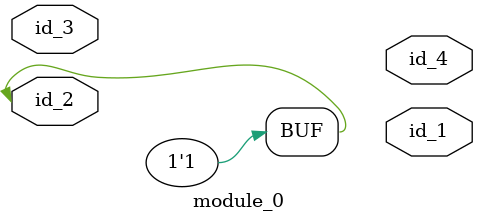
<source format=v>
module module_0 (
    id_1,
    id_2,
    id_3,
    id_4
);
  output id_4;
  inout id_3;
  inout id_2;
  output id_1;
  assign id_2 = 1;
endmodule

</source>
